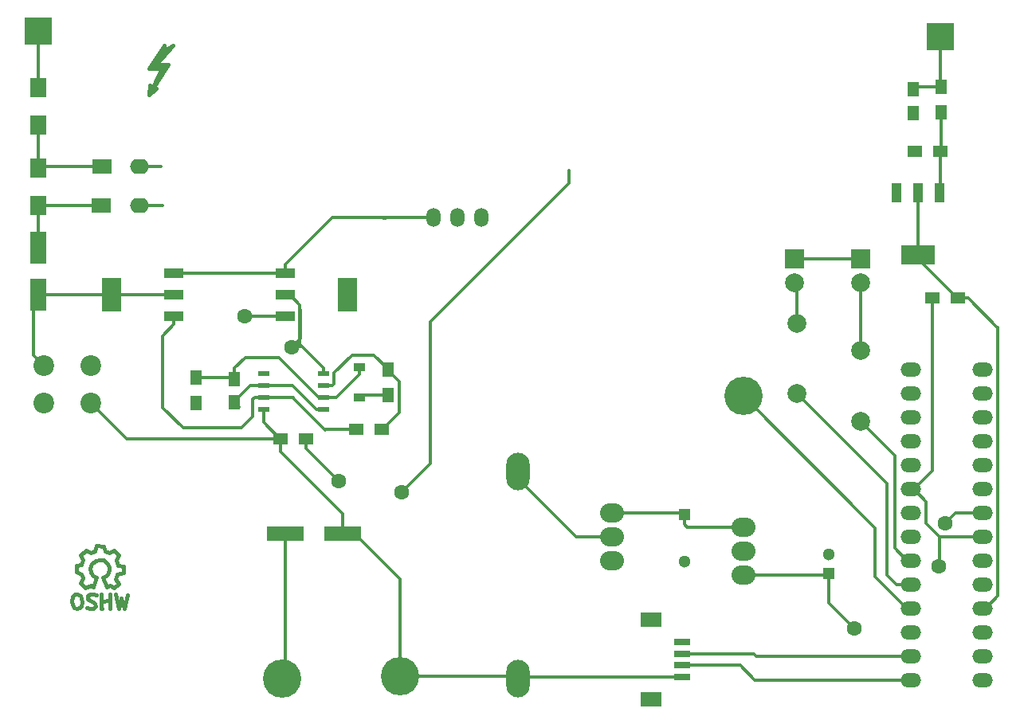
<source format=gbr>
G04 #@! TF.FileFunction,Copper,L1,Top,Signal*
%FSLAX46Y46*%
G04 Gerber Fmt 4.6, Leading zero omitted, Abs format (unit mm)*
G04 Created by KiCad (PCBNEW (2015-07-20 BZR 5967)-product) date 2015/07/23 18:22:03*
%MOMM*%
G01*
G04 APERTURE LIST*
%ADD10C,0.100000*%
%ADD11C,0.381000*%
%ADD12R,2.032000X3.657600*%
%ADD13R,2.032000X1.016000*%
%ADD14R,4.000500X1.600200*%
%ADD15R,2.000000X1.600000*%
%ADD16O,2.000000X1.600000*%
%ADD17R,1.250000X1.500000*%
%ADD18R,1.300000X1.300000*%
%ADD19C,1.300000*%
%ADD20R,1.800860X0.701040*%
%ADD21R,2.199640X1.600200*%
%ADD22R,1.800860X3.500120*%
%ADD23R,1.220000X0.910000*%
%ADD24R,2.000000X2.000000*%
%ADD25C,2.000000*%
%ADD26O,2.499360X4.000500*%
%ADD27R,1.143000X0.508000*%
%ADD28C,2.200000*%
%ADD29R,2.999740X2.999740*%
%ADD30C,4.064000*%
%ADD31R,1.500000X1.300000*%
%ADD32R,1.700000X2.000000*%
%ADD33R,1.300000X1.500000*%
%ADD34O,1.501140X1.998980*%
%ADD35C,1.998980*%
%ADD36R,3.657600X2.032000*%
%ADD37R,1.016000X2.032000*%
%ADD38O,2.540000X2.032000*%
%ADD39O,2.199640X1.501140*%
%ADD40C,1.600000*%
%ADD41C,0.380000*%
G04 APERTURE END LIST*
D10*
D11*
X113268780Y-86089860D02*
X113629460Y-87560520D01*
X113629460Y-87560520D02*
X113908860Y-86498800D01*
X113908860Y-86498800D02*
X114218740Y-87570680D01*
X114218740Y-87570680D02*
X114559100Y-86120340D01*
X111848920Y-86780740D02*
X112638860Y-86770580D01*
X112638860Y-86770580D02*
X112649020Y-86780740D01*
X112649020Y-86780740D02*
X112649020Y-86770580D01*
X112689660Y-86059380D02*
X112689660Y-87601160D01*
X111800660Y-86049220D02*
X111800660Y-87618940D01*
X111800660Y-87618940D02*
X111810820Y-87608780D01*
X111249480Y-86150820D02*
X110898960Y-86069540D01*
X110898960Y-86069540D02*
X110578920Y-86059380D01*
X110578920Y-86059380D02*
X110340160Y-86260040D01*
X110340160Y-86260040D02*
X110309680Y-86529280D01*
X110309680Y-86529280D02*
X110550980Y-86770580D01*
X110550980Y-86770580D02*
X110939600Y-86900120D01*
X110939600Y-86900120D02*
X111119940Y-87060140D01*
X111119940Y-87060140D02*
X111160580Y-87359860D01*
X111160580Y-87359860D02*
X110929440Y-87580840D01*
X110929440Y-87580840D02*
X110609400Y-87608780D01*
X110609400Y-87608780D02*
X110258880Y-87499560D01*
X109220020Y-86049220D02*
X108971100Y-86069540D01*
X108971100Y-86069540D02*
X108729800Y-86310840D01*
X108729800Y-86310840D02*
X108640900Y-86801060D01*
X108640900Y-86801060D02*
X108668840Y-87149040D01*
X108668840Y-87149040D02*
X108869500Y-87469080D01*
X108869500Y-87469080D02*
X109120960Y-87591000D01*
X109120960Y-87591000D02*
X109430840Y-87519880D01*
X109430840Y-87519880D02*
X109649280Y-87339540D01*
X109649280Y-87339540D02*
X109720400Y-86879800D01*
X109720400Y-86879800D02*
X109669600Y-86470860D01*
X109669600Y-86470860D02*
X109560380Y-86188920D01*
X109560380Y-86188920D02*
X109199700Y-86059380D01*
X109819460Y-84329640D02*
X109560380Y-84890980D01*
X109560380Y-84890980D02*
X110098860Y-85409140D01*
X110098860Y-85409140D02*
X110619560Y-85139900D01*
X110619560Y-85139900D02*
X110898960Y-85299920D01*
X112339140Y-85279600D02*
X112669340Y-85089100D01*
X112669340Y-85089100D02*
X113108760Y-85419300D01*
X113108760Y-85419300D02*
X113581200Y-84929080D01*
X113581200Y-84929080D02*
X113299260Y-84449020D01*
X113299260Y-84449020D02*
X113489760Y-83979120D01*
X113489760Y-83979120D02*
X114099360Y-83791160D01*
X114099360Y-83791160D02*
X114099360Y-83110440D01*
X114099360Y-83110440D02*
X113540560Y-82970740D01*
X113540560Y-82970740D02*
X113339900Y-82399240D01*
X113339900Y-82399240D02*
X113609140Y-81929340D01*
X113609140Y-81929340D02*
X113139240Y-81418800D01*
X113139240Y-81418800D02*
X112621080Y-81680420D01*
X112621080Y-81680420D02*
X112151180Y-81479760D01*
X112151180Y-81479760D02*
X111981000Y-80938740D01*
X111981000Y-80938740D02*
X111290120Y-80920960D01*
X111290120Y-80920960D02*
X111079300Y-81469600D01*
X111079300Y-81469600D02*
X110660200Y-81639780D01*
X110660200Y-81639780D02*
X110109020Y-81370540D01*
X110109020Y-81370540D02*
X109590860Y-81898860D01*
X109590860Y-81898860D02*
X109839780Y-82439880D01*
X109839780Y-82439880D02*
X109669600Y-82919940D01*
X109669600Y-82919940D02*
X109120960Y-83019000D01*
X109120960Y-83019000D02*
X109110800Y-83720040D01*
X109110800Y-83720040D02*
X109669600Y-83920700D01*
X109669600Y-83920700D02*
X109809300Y-84319480D01*
X111950520Y-84299160D02*
X112250240Y-84149300D01*
X112250240Y-84149300D02*
X112450900Y-83951180D01*
X112450900Y-83951180D02*
X112600760Y-83549860D01*
X112600760Y-83549860D02*
X112600760Y-83151080D01*
X112600760Y-83151080D02*
X112450900Y-82800560D01*
X112450900Y-82800560D02*
X111998780Y-82450040D01*
X111998780Y-82450040D02*
X111549200Y-82399240D01*
X111549200Y-82399240D02*
X111150420Y-82500840D01*
X111150420Y-82500840D02*
X110749100Y-82848820D01*
X110749100Y-82848820D02*
X110599240Y-83300940D01*
X110599240Y-83300940D02*
X110650040Y-83798780D01*
X110650040Y-83798780D02*
X110898960Y-84101040D01*
X110898960Y-84101040D02*
X111249480Y-84299160D01*
X111249480Y-84299160D02*
X110898960Y-85299920D01*
X111950520Y-84299160D02*
X112349300Y-85299920D01*
X118597000Y-28106000D02*
X117200000Y-30011000D01*
X117200000Y-30011000D02*
X118470000Y-30011000D01*
X116946000Y-31916000D02*
X116819000Y-32932000D01*
X116819000Y-32932000D02*
X117581000Y-32297000D01*
X117581000Y-32297000D02*
X117073000Y-32551000D01*
X117073000Y-32551000D02*
X118851000Y-29757000D01*
X118851000Y-29757000D02*
X117581000Y-29757000D01*
X117581000Y-29757000D02*
X119359000Y-27725000D01*
X119359000Y-27725000D02*
X118597000Y-28233000D01*
X118597000Y-28233000D02*
X118470000Y-27725000D01*
X118343000Y-27852000D02*
X116819000Y-30138000D01*
X116819000Y-30138000D02*
X118216000Y-30138000D01*
X118216000Y-30138000D02*
X117073000Y-32424000D01*
X117073000Y-32424000D02*
X116946000Y-31916000D01*
D12*
X137899216Y-54219634D03*
D13*
X131295216Y-54219634D03*
X131295216Y-56505634D03*
X131295216Y-51933634D03*
D14*
X137450540Y-79600000D03*
X131349460Y-79600000D03*
D15*
X111797216Y-44719634D03*
D16*
X115797216Y-44719634D03*
D15*
X111852216Y-40609634D03*
D16*
X115852216Y-40609634D03*
D17*
X125897216Y-63169634D03*
X125897216Y-65669634D03*
X198000000Y-32400000D03*
X198000000Y-34900000D03*
D18*
X173700000Y-77600000D03*
D19*
X173700000Y-82600000D03*
D18*
X189020000Y-83850000D03*
D19*
X189020000Y-81850000D03*
D20*
X173500120Y-94874520D03*
X173500120Y-93624840D03*
D21*
X170200660Y-88775980D03*
X170200660Y-97224020D03*
D20*
X173500120Y-92375160D03*
X173500120Y-91125480D03*
D22*
X105097216Y-49220914D03*
X105097216Y-54219634D03*
D23*
X139197216Y-61884634D03*
X139197216Y-65154634D03*
D24*
X185435000Y-50400000D03*
D25*
X185435000Y-52940000D03*
D24*
X192420000Y-50400000D03*
D25*
X192420000Y-52940000D03*
D26*
X156000000Y-72999260D03*
X156000000Y-95000740D03*
D27*
X129022216Y-66424634D03*
X129022216Y-65154634D03*
X129022216Y-63884634D03*
X129022216Y-62614634D03*
X135372216Y-62614634D03*
X135372216Y-63884634D03*
X135372216Y-65154634D03*
X135372216Y-66424634D03*
D28*
X110697216Y-61719634D03*
X110697216Y-65719634D03*
X105697216Y-65719634D03*
X105697216Y-61719634D03*
D29*
X105097216Y-26219634D03*
X200925000Y-26830000D03*
D30*
X131000000Y-95000000D03*
X143500000Y-94800000D03*
D31*
X141547216Y-68519634D03*
X138847216Y-68519634D03*
D32*
X105097216Y-40719634D03*
X105097216Y-44719634D03*
X105097216Y-36219634D03*
X105097216Y-32219634D03*
D31*
X130847216Y-69519634D03*
X133547216Y-69519634D03*
D33*
X142197216Y-64869634D03*
X142197216Y-62169634D03*
X121797216Y-63069634D03*
X121797216Y-65769634D03*
X201000000Y-34850000D03*
X201000000Y-32150000D03*
D31*
X198200000Y-39000000D03*
X200900000Y-39000000D03*
X200050000Y-54600000D03*
X202750000Y-54600000D03*
D34*
X147060000Y-46000000D03*
X149600000Y-46000000D03*
X152140000Y-46000000D03*
D35*
X192420000Y-67660000D03*
X192420000Y-60160000D03*
X185700000Y-64750000D03*
X185700000Y-57250000D03*
D12*
X112897216Y-54219634D03*
D13*
X119501216Y-54219634D03*
X119501216Y-51933634D03*
X119501216Y-56505634D03*
D36*
X198500000Y-50002000D03*
D37*
X198500000Y-43398000D03*
X196214000Y-43398000D03*
X200786000Y-43398000D03*
D38*
X180000000Y-81460000D03*
X180000000Y-84000000D03*
X180000000Y-78920000D03*
D39*
X205365000Y-95205000D03*
X205365000Y-92665000D03*
X205365000Y-90125000D03*
X205365000Y-87585000D03*
X205365000Y-85045000D03*
X205365000Y-82505000D03*
X205365000Y-79965000D03*
X205365000Y-77425000D03*
X205365000Y-74885000D03*
X205365000Y-72345000D03*
X205365000Y-69805000D03*
X205365000Y-67265000D03*
X205365000Y-64725000D03*
X205365000Y-62185000D03*
X197745000Y-62185000D03*
X197745000Y-64725000D03*
X197745000Y-67265000D03*
X197745000Y-69805000D03*
X197745000Y-72345000D03*
X197745000Y-74885000D03*
X197745000Y-77425000D03*
X197745000Y-79965000D03*
X197745000Y-82505000D03*
X197745000Y-85045000D03*
X197745000Y-87585000D03*
X197745000Y-90125000D03*
X197745000Y-92665000D03*
X197745000Y-95205000D03*
D38*
X166000000Y-80000000D03*
X166000000Y-77460000D03*
X166000000Y-82540000D03*
D30*
X180000000Y-65000000D03*
D40*
X127000000Y-56500000D03*
X143700000Y-75200000D03*
X201420000Y-78520000D03*
X191740000Y-89670000D03*
X200780000Y-83070000D03*
X136997582Y-74000000D03*
X131997216Y-59819634D03*
D41*
X130847216Y-69519634D02*
X114497216Y-69519634D01*
X114497216Y-69519634D02*
X110697216Y-65719634D01*
X130847216Y-70897216D02*
X137450540Y-77500540D01*
X137450540Y-77500540D02*
X137450540Y-79600000D01*
X130847216Y-69519634D02*
X130847216Y-70897216D01*
X130847216Y-70549634D02*
X130847216Y-69519634D01*
X143500000Y-94800000D02*
X143500000Y-84449310D01*
X143500000Y-84449310D02*
X138650690Y-79600000D01*
X138650690Y-79600000D02*
X137450540Y-79600000D01*
X143500000Y-94800000D02*
X155900000Y-94800000D01*
X173500120Y-94874520D02*
X155974520Y-94874520D01*
X155974520Y-94874520D02*
X155900000Y-94800000D01*
X110697216Y-65719634D02*
X110719634Y-65719634D01*
X130450540Y-69916310D02*
X130847216Y-69519634D01*
X129022216Y-66424634D02*
X129022216Y-67794634D01*
X129022216Y-67794634D02*
X130747216Y-69519634D01*
X130747216Y-69519634D02*
X130847216Y-69519634D01*
X129339716Y-66424634D02*
X129022216Y-66424634D01*
X129893582Y-56500000D02*
X127000000Y-56500000D01*
X131295216Y-56505634D02*
X129899216Y-56505634D01*
X129899216Y-56505634D02*
X129893582Y-56500000D01*
X146700000Y-57139490D02*
X146700000Y-72200000D01*
X146700000Y-72200000D02*
X143700000Y-75200000D01*
X161460000Y-41000000D02*
X161460000Y-42379490D01*
X161460000Y-42379490D02*
X146700000Y-57139490D01*
X115797216Y-44719634D02*
X118319634Y-44719634D01*
X115852216Y-40609634D02*
X118109634Y-40609634D01*
X115852216Y-40609634D02*
X117232216Y-40609634D01*
X117232216Y-40609634D02*
X117241850Y-40600000D01*
X115797216Y-44719634D02*
X117177216Y-44719634D01*
X205365000Y-77425000D02*
X202515000Y-77425000D01*
X202515000Y-77425000D02*
X201420000Y-78520000D01*
X131349460Y-79600000D02*
X131349460Y-94650540D01*
X131349460Y-94650540D02*
X131000000Y-95000000D01*
X134602216Y-66424634D02*
X132062216Y-63884634D01*
X132062216Y-63884634D02*
X129022216Y-63884634D01*
X135372216Y-66424634D02*
X134602216Y-66424634D01*
X125897216Y-65669634D02*
X125897216Y-65544634D01*
X125897216Y-65544634D02*
X127557216Y-63884634D01*
X127557216Y-63884634D02*
X128070716Y-63884634D01*
X128070716Y-63884634D02*
X129022216Y-63884634D01*
X135372216Y-66424634D02*
X135402216Y-66424634D01*
X125897216Y-65669634D02*
X126412216Y-66184634D01*
X197745000Y-79965000D02*
X198094250Y-79965000D01*
X198094250Y-79965000D02*
X198179903Y-79879347D01*
X192420000Y-50400000D02*
X185435000Y-50400000D01*
X121897216Y-65669634D02*
X121797216Y-65769634D01*
X105097216Y-44719634D02*
X105097216Y-49220914D01*
X105097216Y-44719634D02*
X110882216Y-44719634D01*
X105097216Y-36219634D02*
X105097216Y-40719634D01*
X111852216Y-40609634D02*
X105207216Y-40609634D01*
X105207216Y-40609634D02*
X105097216Y-40719634D01*
X105597216Y-40219634D02*
X105097216Y-40719634D01*
X127525430Y-60869634D02*
X128780566Y-60869634D01*
X128780566Y-60869634D02*
X129128718Y-60869634D01*
X130612216Y-60869634D02*
X128780566Y-60869634D01*
X125897216Y-63169634D02*
X125897216Y-62039634D01*
X125897216Y-62039634D02*
X127067216Y-60869634D01*
X127067216Y-60869634D02*
X127525430Y-60869634D01*
X130612216Y-60869634D02*
X134897216Y-65154634D01*
X121797216Y-63069634D02*
X125797216Y-63069634D01*
X125797216Y-63069634D02*
X125897216Y-63169634D01*
X139197216Y-61884634D02*
X139197216Y-62719634D01*
X139197216Y-62719634D02*
X136762216Y-65154634D01*
X136762216Y-65154634D02*
X136323716Y-65154634D01*
X136323716Y-65154634D02*
X135372216Y-65154634D01*
X121797216Y-63069634D02*
X121797216Y-63169634D01*
X121897216Y-63169634D02*
X121797216Y-63069634D01*
X201000000Y-32150000D02*
X198250000Y-32150000D01*
X198250000Y-32150000D02*
X198000000Y-32400000D01*
X200925000Y-26830000D02*
X200925000Y-32075000D01*
X200925000Y-32075000D02*
X201000000Y-32150000D01*
X180000000Y-78920000D02*
X173990000Y-78920000D01*
X173990000Y-78920000D02*
X173700000Y-78630000D01*
X173700000Y-78630000D02*
X173700000Y-77600000D01*
X166000000Y-77460000D02*
X173560000Y-77460000D01*
X173560000Y-77460000D02*
X173700000Y-77600000D01*
X197745000Y-74885000D02*
X198094250Y-74885000D01*
X198094250Y-74885000D02*
X200050000Y-72929250D01*
X200050000Y-72929250D02*
X200050000Y-55630000D01*
X200050000Y-55630000D02*
X200050000Y-54600000D01*
X180000000Y-84000000D02*
X188870000Y-84000000D01*
X188870000Y-84000000D02*
X189020000Y-83850000D01*
X191740000Y-89670000D02*
X189020000Y-86950000D01*
X189020000Y-86950000D02*
X189020000Y-83850000D01*
X200837398Y-79965000D02*
X200837398Y-83012602D01*
X200837398Y-83012602D02*
X200780000Y-83070000D01*
X205365000Y-79965000D02*
X200837398Y-79965000D01*
X200837398Y-79965000D02*
X199414830Y-78542432D01*
X199414830Y-78542432D02*
X199414830Y-76205580D01*
X199414830Y-76205580D02*
X198094250Y-74885000D01*
X205015750Y-79965000D02*
X205365000Y-79965000D01*
X181205000Y-95205000D02*
X179624840Y-93624840D01*
X179624840Y-93624840D02*
X173500120Y-93624840D01*
X197745000Y-95205000D02*
X181205000Y-95205000D01*
X181365000Y-92665000D02*
X181075160Y-92375160D01*
X181075160Y-92375160D02*
X173500120Y-92375160D01*
X197745000Y-92665000D02*
X181365000Y-92665000D01*
X197745000Y-92665000D02*
X197395750Y-92665000D01*
X119501216Y-54219634D02*
X118105216Y-54219634D01*
X118105216Y-54219634D02*
X112897216Y-54219634D01*
X105697216Y-61719634D02*
X104597217Y-60619635D01*
X104597217Y-60619635D02*
X104597216Y-54719634D01*
X104597216Y-54719634D02*
X105097216Y-54219634D01*
X105097216Y-54219634D02*
X106377646Y-54219634D01*
X106377646Y-54219634D02*
X112897216Y-54219634D01*
X142197216Y-64869634D02*
X139482216Y-64869634D01*
X139482216Y-64869634D02*
X139197216Y-65154634D01*
X185700000Y-57250000D02*
X185700000Y-53205000D01*
X185700000Y-53205000D02*
X185435000Y-52940000D01*
X192420000Y-60160000D02*
X192420000Y-52940000D01*
X166000000Y-80000000D02*
X162250170Y-80000000D01*
X162250170Y-80000000D02*
X156000000Y-73749830D01*
X156000000Y-73749830D02*
X156000000Y-72999260D01*
X118297216Y-61995634D02*
X118297216Y-62305159D01*
X118297216Y-62305159D02*
X118297216Y-66219634D01*
X119501216Y-56505634D02*
X119501216Y-57393634D01*
X119501216Y-57393634D02*
X118297216Y-58597634D01*
X118297216Y-58597634D02*
X118297216Y-62305159D01*
X118297216Y-66219634D02*
X120467207Y-68389625D01*
X120467207Y-68389625D02*
X126625725Y-68389625D01*
X126625725Y-68389625D02*
X127880715Y-67134635D01*
X127880715Y-67134635D02*
X127880715Y-65344635D01*
X127880715Y-65344635D02*
X128070716Y-65154634D01*
X128070716Y-65154634D02*
X129022216Y-65154634D01*
X138847216Y-68519634D02*
X135630715Y-68519634D01*
X135562216Y-68584634D02*
X132197216Y-65219634D01*
X132197216Y-65119634D02*
X129905217Y-65119634D01*
X129973716Y-65154634D02*
X129022216Y-65154634D01*
X133547216Y-69519634D02*
X133547216Y-70549634D01*
X133547216Y-70549634D02*
X136997582Y-74000000D01*
X131803216Y-54219634D02*
X132881217Y-55297635D01*
X132881217Y-55297635D02*
X132881217Y-58935633D01*
X132881217Y-58935633D02*
X132797215Y-59019635D01*
X132797215Y-59019635D02*
X131997216Y-59819634D01*
X131997216Y-59819634D02*
X132897216Y-58919634D01*
X132897216Y-58919634D02*
X132897216Y-55813634D01*
X132881217Y-58659464D02*
X132881217Y-59489635D01*
X132881217Y-58935633D02*
X132881217Y-58659464D01*
X132881217Y-59489635D02*
X133111216Y-59719634D01*
X133697216Y-69669634D02*
X133547216Y-69519634D01*
X133111216Y-59719634D02*
X131997216Y-59719634D01*
X135372216Y-62614634D02*
X135372216Y-61980634D01*
X135372216Y-61980634D02*
X133111216Y-59719634D01*
X140747216Y-60619634D02*
X138397216Y-60619634D01*
X136323716Y-63884634D02*
X135372216Y-63884634D01*
X138397216Y-60619634D02*
X136513717Y-62503133D01*
X136513717Y-62503133D02*
X136513717Y-63694633D01*
X136513717Y-63694633D02*
X136323716Y-63884634D01*
X142197216Y-62069634D02*
X140747216Y-60619634D01*
X141547216Y-68519634D02*
X141647216Y-68519634D01*
X141647216Y-68519634D02*
X143417217Y-66749633D01*
X143417217Y-66749633D02*
X143417217Y-63489635D01*
X143417217Y-63489635D02*
X142197216Y-62269634D01*
X142197216Y-62269634D02*
X142197216Y-62169634D01*
X142197216Y-62169634D02*
X142197216Y-62069634D01*
X105097216Y-26219634D02*
X105097216Y-32219634D01*
X200900000Y-39000000D02*
X200900000Y-43284000D01*
X200900000Y-43284000D02*
X200786000Y-43398000D01*
X201000000Y-34850000D02*
X201000000Y-38900000D01*
X201000000Y-38900000D02*
X200900000Y-39000000D01*
X198500000Y-43398000D02*
X198500000Y-50002000D01*
X202750000Y-54600000D02*
X202650000Y-54600000D01*
X202650000Y-54600000D02*
X198500000Y-50450000D01*
X198500000Y-50450000D02*
X198500000Y-50002000D01*
X207034830Y-57714830D02*
X207034830Y-57971736D01*
X207034830Y-57971736D02*
X207034830Y-86264420D01*
X202750000Y-54600000D02*
X203880000Y-54600000D01*
X203880000Y-54600000D02*
X207034830Y-57754830D01*
X207034830Y-57754830D02*
X207034830Y-57971736D01*
X205714250Y-87585000D02*
X205365000Y-87585000D01*
X207034830Y-86264420D02*
X205714250Y-87585000D01*
X147060000Y-46000000D02*
X136340850Y-46000000D01*
X136340850Y-46000000D02*
X131295216Y-51045634D01*
X131295216Y-51045634D02*
X131295216Y-51933634D01*
X141960000Y-46100000D02*
X141714740Y-46100000D01*
X147060000Y-46000000D02*
X141814740Y-46000000D01*
X119501216Y-51933634D02*
X131295216Y-51933634D01*
X119501216Y-51933634D02*
X120897216Y-51933634D01*
X192420000Y-67660000D02*
X196075170Y-71315170D01*
X196075170Y-71315170D02*
X196075170Y-81184420D01*
X196075170Y-81184420D02*
X197395750Y-82505000D01*
X197395750Y-82505000D02*
X197745000Y-82505000D01*
X197351508Y-82505000D02*
X197745000Y-82505000D01*
X197745000Y-85045000D02*
X196265180Y-85045000D01*
X196265180Y-85045000D02*
X195220180Y-84000000D01*
X195220180Y-84000000D02*
X195220180Y-74270180D01*
X195220180Y-74270180D02*
X194783385Y-73833385D01*
X194783385Y-73833385D02*
X185700000Y-64750000D01*
X197745000Y-85045000D02*
X197395750Y-85045000D01*
X185700000Y-64849250D02*
X185700000Y-64750000D01*
X180000000Y-65000000D02*
X194000000Y-79000000D01*
X194000000Y-79000000D02*
X194000000Y-84189250D01*
X194000000Y-84189250D02*
X197395750Y-87585000D01*
X197395750Y-87585000D02*
X197745000Y-87585000D01*
M02*

</source>
